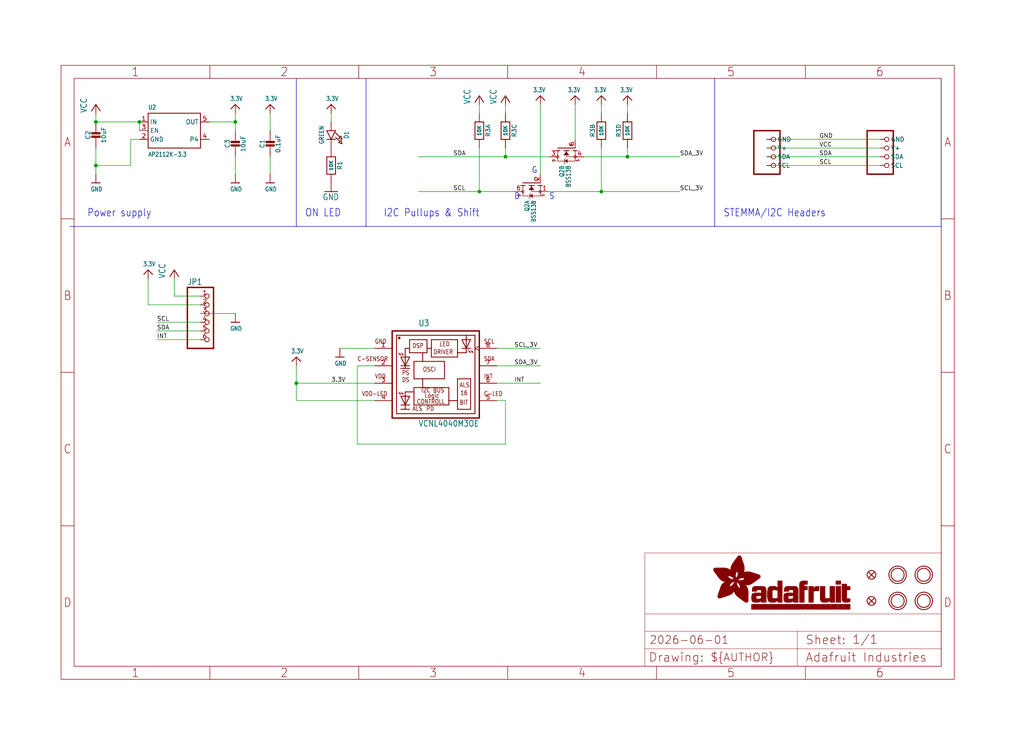
<source format=kicad_sch>
(kicad_sch (version 20230121) (generator eeschema)
  (paper "User" 298.45 217.322)
  (lib_symbols
    (symbol "working-eagle-import:3.3V" (power)
      (property "Value" "3.3V" (at -1.524 1.016 0))
      (symbol "3.3V_1_0"
        (pin power_in line (at 0 -2.54 90) (length 2.54) (name "3.3V") (number "1"))
      )
    )
    (symbol "working-eagle-import:CAP_CERAMIC0603_NO"
      (property "Reference" "C" (at -2.29 1.25 90))
      (symbol "CAP_CERAMIC0603_NO_1_0"
        (pin passive line (at 0 5.08 270) (length 2.54) (name "1") (number "1"))
        (pin passive line (at 0 -2.54 90) (length 2.54) (name "2") (number "2"))
      )
    )
    (symbol "working-eagle-import:CAP_CERAMIC0805-NOOUTLINE"
      (property "Reference" "C" (at -2.29 1.25 90))
      (symbol "CAP_CERAMIC0805-NOOUTLINE_1_0"
        (pin passive line (at 0 5.08 270) (length 2.54) (name "1") (number "1"))
        (pin passive line (at 0 -2.54 90) (length 2.54) (name "2") (number "2"))
      )
    )
    (symbol "working-eagle-import:FIDUCIAL_1MM")
    (symbol "working-eagle-import:FRAME_A4_ADAFRUIT"
      (symbol "FRAME_A4_ADAFRUIT_1_0"
        (text "${#}/${##}" (at 230.505 10.16 0) (effects (font (size 2.54 2.54)) (justify left bottom)))
        (text "${AUTHOR}" (at 189.23 5.08 0) (effects (font (size 2.286 2.286)) (justify left bottom)))
        (text "${CURRENT_DATE}" (at 171.45 10.16 0) (effects (font (size 2.286 2.286)) (justify left bottom)))
        (text "${PROJECTNAME}" (at 171.45 15.24 0) (effects (font (size 2.54 2.54)) (justify left bottom)))
        (text "1" (at 21.6958 1.905 0) (effects (font (size 2.54 2.286))))
        (text "1" (at 21.6958 177.165 0) (effects (font (size 2.54 2.286))))
        (text "2" (at 65.0875 1.905 0) (effects (font (size 2.54 2.286))))
        (text "2" (at 65.0875 177.165 0) (effects (font (size 2.54 2.286))))
        (text "3" (at 108.4792 1.905 0) (effects (font (size 2.54 2.286))))
        (text "3" (at 108.4792 177.165 0) (effects (font (size 2.54 2.286))))
        (text "4" (at 151.8708 1.905 0) (effects (font (size 2.54 2.286))))
        (text "4" (at 151.8708 177.165 0) (effects (font (size 2.54 2.286))))
        (text "5" (at 195.2625 1.905 0) (effects (font (size 2.54 2.286))))
        (text "5" (at 195.2625 177.165 0) (effects (font (size 2.54 2.286))))
        (text "6" (at 238.6542 1.905 0) (effects (font (size 2.54 2.286))))
        (text "6" (at 238.6542 177.165 0) (effects (font (size 2.54 2.286))))
        (text "A" (at 1.905 156.6863 0) (effects (font (size 2.54 2.286))))
        (text "A" (at 258.445 156.6863 0) (effects (font (size 2.54 2.286))))
        (text "Adafruit Industries" (at 216.916 4.953 0) (effects (font (size 2.54 2.54)) (justify left bottom)))
        (text "B" (at 1.905 111.9188 0) (effects (font (size 2.54 2.286))))
        (text "B" (at 258.445 111.9188 0) (effects (font (size 2.54 2.286))))
        (text "C" (at 1.905 67.1513 0) (effects (font (size 2.54 2.286))))
        (text "C" (at 258.445 67.1513 0) (effects (font (size 2.54 2.286))))
        (text "D" (at 1.905 22.3838 0) (effects (font (size 2.54 2.286))))
        (text "D" (at 258.445 22.3838 0) (effects (font (size 2.54 2.286))))
        (text "Drawing:" (at 171.196 4.953 0) (effects (font (size 2.54 2.54)) (justify left bottom)))
        (text "Sheet:" (at 216.916 10.033 0) (effects (font (size 2.54 2.54)) (justify left bottom)))
      )
    )
    (symbol "working-eagle-import:GND" (power)
      (property "Value" "GND" (at -1.524 -2.54 0))
      (symbol "GND_1_0"
        (pin power_in line (at 0 2.54 270) (length 2.54) (name "GND") (number "1"))
      )
    )
    (symbol "working-eagle-import:HEADER-1X670MIL"
      (property "Reference" "JP" (at -6.35 10.795 0))
      (symbol "HEADER-1X670MIL_1_0"
        (pin passive inverted (at -2.54 7.62 0) (length 2.54) (name "1") (number "1"))
        (pin passive inverted (at -2.54 5.08 0) (length 2.54) (name "2") (number "2"))
        (pin passive inverted (at -2.54 2.54 0) (length 2.54) (name "3") (number "3"))
        (pin passive inverted (at -2.54 0 0) (length 2.54) (name "4") (number "4"))
        (pin passive inverted (at -2.54 -2.54 0) (length 2.54) (name "5") (number "5"))
        (pin passive inverted (at -2.54 -5.08 0) (length 2.54) (name "6") (number "6"))
      )
    )
    (symbol "working-eagle-import:LED0603_NOOUTLINE"
      (property "Reference" "D" (at -1.27 4.445 0))
      (symbol "LED0603_NOOUTLINE_1_0"
        (pin passive line (at -5.08 0 0) (length 2.54) (name "A") (number "A"))
        (pin passive line (at 2.54 0 180) (length 2.54) (name "C") (number "C"))
      )
    )
    (symbol "working-eagle-import:MOSFET-N_DUAL"
      (property "Reference" "Q" (at 5.08 0.635 0))
      (symbol "MOSFET-N_DUAL_1_0"
        (text "D" (at 3.175 3.175 0) (effects (font (size 0.8128 0.6908)) (justify left bottom)))
        (text "G" (at -1.27 -1.905 0) (effects (font (size 0.8128 0.6908)) (justify left bottom)))
        (text "S" (at 3.175 -3.81 0) (effects (font (size 0.8128 0.6908)) (justify left bottom)))
        (pin bidirectional line (at 2.54 -5.08 90) (length 2.54) (name "S") (number "1"))
        (pin bidirectional line (at -2.54 -2.54 0) (length 2.54) (name "G") (number "2"))
        (pin bidirectional line (at 2.54 5.08 270) (length 2.54) (name "D") (number "6"))
      )
      (symbol "MOSFET-N_DUAL_2_0"
        (text "D" (at 3.175 3.175 0) (effects (font (size 0.8128 0.6908)) (justify left bottom)))
        (text "G" (at -1.27 -1.905 0) (effects (font (size 0.8128 0.6908)) (justify left bottom)))
        (text "S" (at 3.175 -3.81 0) (effects (font (size 0.8128 0.6908)) (justify left bottom)))
        (pin bidirectional line (at 2.54 5.08 270) (length 2.54) (name "D") (number "3"))
        (pin bidirectional line (at 2.54 -5.08 90) (length 2.54) (name "S") (number "4"))
        (pin bidirectional line (at -2.54 -2.54 0) (length 2.54) (name "G") (number "5"))
      )
    )
    (symbol "working-eagle-import:MOUNTINGHOLE2.5")
    (symbol "working-eagle-import:RESISTOR_0603_NOOUT"
      (property "Reference" "R" (at 0 2.54 0))
      (symbol "RESISTOR_0603_NOOUT_1_0"
        (pin passive line (at -5.08 0 0) (length 2.54) (name "1") (number "1"))
        (pin passive line (at 5.08 0 180) (length 2.54) (name "2") (number "2"))
      )
    )
    (symbol "working-eagle-import:RESISTOR_4PACK"
      (property "Reference" "R" (at 0 2.54 0))
      (symbol "RESISTOR_4PACK_1_0"
        (pin passive line (at -5.08 0 0) (length 2.54) (name "1") (number "1"))
        (pin passive line (at 5.08 0 180) (length 2.54) (name "2") (number "8"))
      )
      (symbol "RESISTOR_4PACK_2_0"
        (pin passive line (at -5.08 0 0) (length 2.54) (name "1") (number "2"))
        (pin passive line (at 5.08 0 180) (length 2.54) (name "2") (number "7"))
      )
      (symbol "RESISTOR_4PACK_3_0"
        (pin passive line (at -5.08 0 0) (length 2.54) (name "1") (number "3"))
        (pin passive line (at 5.08 0 180) (length 2.54) (name "2") (number "6"))
      )
      (symbol "RESISTOR_4PACK_4_0"
        (pin passive line (at -5.08 0 0) (length 2.54) (name "1") (number "4"))
        (pin passive line (at 5.08 0 180) (length 2.54) (name "2") (number "5"))
      )
    )
    (symbol "working-eagle-import:STEMMA_I2C_QT"
      (symbol "STEMMA_I2C_QT_1_0"
        (pin passive inverted (at 0 5.08 0) (length 2.54) (name "GND") (number "1"))
        (pin passive inverted (at 0 2.54 0) (length 2.54) (name "V+") (number "2"))
        (pin passive inverted (at 0 0 0) (length 2.54) (name "SDA") (number "3"))
        (pin passive inverted (at 0 -2.54 0) (length 2.54) (name "SCL") (number "4"))
      )
      (symbol "STEMMA_I2C_QT_2_0"
        (pin bidirectional line (at 0 0 0) (length 5.08) (name "MT") (number "MT1"))
      )
      (symbol "STEMMA_I2C_QT_3_0"
        (pin bidirectional line (at 0 0 0) (length 5.08) (name "MT") (number "MT2"))
      )
    )
    (symbol "working-eagle-import:VCC" (power)
      (property "Value" "VCC" (at -2.54 -2.54 90))
      (symbol "VCC_1_0"
        (pin power_in line (at 0 -2.54 90) (length 2.54) (name "VCC") (number "1"))
      )
    )
    (symbol "working-eagle-import:VCNL4040M3OE"
      (property "Reference" "U" (at -5.0878 13.9915 0))
      (symbol "VCNL4040M3OE_1_0"
        (text "16" (at 7.116 -6.0994 0) (effects (font (size 1.2707 1.08)) (justify left bottom)))
        (text "ALS" (at -6.8688 -10.6848 0) (effects (font (size 1.272 1.0812)) (justify left bottom)))
        (text "ALS" (at 6.8676 -3.8153 0) (effects (font (size 1.2717 1.0809)) (justify left bottom)))
        (text "BIT" (at 6.8643 -8.8982 0) (effects (font (size 1.2711 1.0804)) (justify left bottom)))
        (text "C-LED" (at 13.9811 -6.355 0) (effects (font (size 1.271 1.0803)) (justify left bottom)))
        (text "C-SENSOR" (at -22.8829 3.8138 0) (effects (font (size 1.2712 1.0805)) (justify left bottom)))
        (text "CONTROLL" (at -5.5929 -8.6436 0) (effects (font (size 1.2711 1.0804)) (justify left bottom)))
        (text "DRIVER" (at -0.7628 5.8487 0) (effects (font (size 1.2714 1.0806)) (justify left bottom)))
        (text "DS" (at -9.9084 -2.2865 0) (effects (font (size 1.2703 1.0797)) (justify left bottom)))
        (text "DSP" (at -6.8686 7.6318 0) (effects (font (size 1.2719 1.0811)) (justify left bottom)))
        (text "GND" (at -17.8006 8.9003 0) (effects (font (size 1.2714 1.0806)) (justify left bottom)))
        (text "I2C BUS" (at -4.3215 -5.3384 0) (effects (font (size 1.271 1.0803)) (justify left bottom)))
        (text "INT" (at 13.9802 -1.2709 0) (effects (font (size 1.2709 1.0802)) (justify left bottom)))
        (text "LED" (at 1.0163 8.1303 0) (effects (font (size 1.2703 1.0797)) (justify left bottom)))
        (text "Logic" (at -3.3078 -6.8701 0) (effects (font (size 1.2722 1.0813)) (justify left bottom)))
        (text "OSCI" (at -3.8133 0.7626 0) (effects (font (size 1.2711 1.0804)) (justify left bottom)))
        (text "PD" (at -2.7946 -10.6706 0) (effects (font (size 1.2703 1.0797)) (justify left bottom)))
        (text "PS" (at -9.9181 -0.2543 0) (effects (font (size 1.2715 1.0807)) (justify left bottom)))
        (text "SCL" (at 13.9972 8.9073 0) (effects (font (size 1.2724 1.0815)) (justify left bottom)))
        (text "SDA" (at 13.9854 3.8141 0) (effects (font (size 1.2714 1.0806)) (justify left bottom)))
        (text "VDD" (at -17.7928 -1.2709 0) (effects (font (size 1.2709 1.0802)) (justify left bottom)))
        (text "VDD-LED" (at -21.6 -6.3529 0) (effects (font (size 1.2705 1.0799)) (justify left bottom)))
        (pin power_in line (at -17.78 7.62 0) (length 5.08) (name "GND") (number "1"))
        (pin output line (at -17.78 2.54 0) (length 5.08) (name "C-SENSOR") (number "2"))
        (pin power_in line (at -17.78 -2.54 0) (length 5.08) (name "VDD") (number "3"))
        (pin power_in line (at -17.78 -7.62 0) (length 5.08) (name "VDD-LED") (number "4"))
        (pin output line (at 17.78 -7.62 180) (length 5.08) (name "C-LED") (number "5"))
        (pin output line (at 17.78 -2.54 180) (length 5.08) (name "INT") (number "6"))
        (pin bidirectional line (at 17.78 2.54 180) (length 5.08) (name "SDA") (number "7"))
        (pin input clock (at 17.78 7.62 180) (length 5.08) (name "SCL") (number "8"))
      )
    )
    (symbol "working-eagle-import:VREG_SOT23-5"
      (property "Reference" "U" (at -7.62 6.096 0))
      (symbol "VREG_SOT23-5_1_0"
        (pin power_in line (at -10.16 2.54 0) (length 2.54) (name "IN") (number "1"))
        (pin power_in line (at -10.16 -2.54 0) (length 2.54) (name "GND") (number "2"))
        (pin input line (at -10.16 0 0) (length 2.54) (name "EN") (number "3"))
        (pin bidirectional line (at 10.16 -2.54 180) (length 2.54) (name "P4") (number "4"))
        (pin power_in line (at 10.16 2.54 180) (length 2.54) (name "OUT") (number "5"))
      )
    )
    (symbol "working-eagle-import:supply1_GND" (power)
      (property "Value" "supply1_GND" (at -2.54 -2.54 0))
      (symbol "supply1_GND_1_0"
        (pin power_in line (at 0 2.54 270) (length 2.54) (name "GND") (number "1"))
      )
    )
  )
  (junction (at 175.26 55.88))
  (junction (at 139.7 55.88))
  (junction (at 27.94 48.26))
  (junction (at 86.36 111.76))
  (junction (at 147.32 45.72))
  (junction (at 27.94 35.56))
  (junction (at 182.88 45.72))
  (junction (at 68.58 35.56))
  (junction (at 40.64 35.56))
  (wire (pts (xy 139.7 55.88) (xy 121.92 55.88)) (stroke (width 0.1524)))
  (wire (pts (xy 256.54 45.72) (xy 223.52 45.72)) (stroke (width 0.1524)))
  (polyline (pts (xy 86.36 66.04) (xy 106.68 66.04)) (stroke (width 0.1524) (type solid)))
  (polyline (pts (xy 208.28 66.04) (xy 274.32 66.04)) (stroke (width 0.1524) (type solid)))
  (wire (pts (xy 27.94 48.26) (xy 27.94 50.8)) (stroke (width 0.1524)))
  (wire (pts (xy 27.94 48.26) (xy 27.94 43.18)) (stroke (width 0.1524)))
  (wire (pts (xy 223.52 48.26) (xy 256.54 48.26)) (stroke (width 0.1524)))
  (wire (pts (xy 86.36 116.84) (xy 109.22 116.84)) (stroke (width 0.1524)))
  (wire (pts (xy 58.42 86.36) (xy 50.8 86.36)) (stroke (width 0.1524)))
  (wire (pts (xy 147.32 116.84) (xy 144.78 116.84)) (stroke (width 0.1524)))
  (wire (pts (xy 60.96 35.56) (xy 68.58 35.56)) (stroke (width 0.1524)))
  (wire (pts (xy 175.26 33.02) (xy 175.26 30.48)) (stroke (width 0.1524)))
  (wire (pts (xy 40.64 35.56) (xy 27.94 35.56)) (stroke (width 0.1524)))
  (wire (pts (xy 78.74 33.02) (xy 78.74 38.1)) (stroke (width 0.1524)))
  (wire (pts (xy 58.42 93.98) (xy 45.72 93.98)) (stroke (width 0.1524)))
  (wire (pts (xy 157.48 50.8) (xy 157.48 30.48)) (stroke (width 0.1524)))
  (wire (pts (xy 68.58 45.72) (xy 68.58 50.8)) (stroke (width 0.1524)))
  (wire (pts (xy 109.22 106.68) (xy 104.14 106.68)) (stroke (width 0.1524)))
  (wire (pts (xy 139.7 30.48) (xy 139.7 33.02)) (stroke (width 0.1524)))
  (wire (pts (xy 40.64 38.1) (xy 40.64 35.56)) (stroke (width 0.1524)))
  (wire (pts (xy 58.42 88.9) (xy 43.18 88.9)) (stroke (width 0.1524)))
  (wire (pts (xy 58.42 99.06) (xy 45.72 99.06)) (stroke (width 0.1524)))
  (wire (pts (xy 78.74 45.72) (xy 78.74 50.8)) (stroke (width 0.1524)))
  (wire (pts (xy 86.36 111.76) (xy 86.36 106.68)) (stroke (width 0.1524)))
  (wire (pts (xy 167.64 40.64) (xy 167.64 30.48)) (stroke (width 0.1524)))
  (wire (pts (xy 58.42 91.44) (xy 68.58 91.44)) (stroke (width 0.1524)))
  (wire (pts (xy 256.54 40.64) (xy 223.52 40.64)) (stroke (width 0.1524)))
  (wire (pts (xy 182.88 33.02) (xy 182.88 30.48)) (stroke (width 0.1524)))
  (wire (pts (xy 160.02 45.72) (xy 147.32 45.72)) (stroke (width 0.1524)))
  (wire (pts (xy 40.64 40.64) (xy 38.1 40.64)) (stroke (width 0.1524)))
  (polyline (pts (xy 208.28 22.86) (xy 208.28 66.04)) (stroke (width 0.1524) (type solid)))
  (wire (pts (xy 160.02 55.88) (xy 175.26 55.88)) (stroke (width 0.1524)))
  (wire (pts (xy 175.26 55.88) (xy 198.12 55.88)) (stroke (width 0.1524)))
  (polyline (pts (xy 20.32 66.04) (xy 86.36 66.04)) (stroke (width 0.1524) (type solid)))
  (wire (pts (xy 58.42 96.52) (xy 45.72 96.52)) (stroke (width 0.1524)))
  (wire (pts (xy 175.26 43.18) (xy 175.26 55.88)) (stroke (width 0.1524)))
  (wire (pts (xy 139.7 43.18) (xy 139.7 55.88)) (stroke (width 0.1524)))
  (polyline (pts (xy 106.68 66.04) (xy 208.28 66.04)) (stroke (width 0.1524) (type solid)))
  (polyline (pts (xy 274.32 22.86) (xy 274.32 66.04)) (stroke (width 0.1524) (type solid)))
  (wire (pts (xy 147.32 45.72) (xy 121.92 45.72)) (stroke (width 0.1524)))
  (wire (pts (xy 109.22 111.76) (xy 86.36 111.76)) (stroke (width 0.1524)))
  (wire (pts (xy 43.18 88.9) (xy 43.18 81.28)) (stroke (width 0.1524)))
  (wire (pts (xy 38.1 48.26) (xy 27.94 48.26)) (stroke (width 0.1524)))
  (wire (pts (xy 144.78 101.6) (xy 157.48 101.6)) (stroke (width 0.1524)))
  (wire (pts (xy 182.88 43.18) (xy 182.88 45.72)) (stroke (width 0.1524)))
  (wire (pts (xy 170.18 45.72) (xy 182.88 45.72)) (stroke (width 0.1524)))
  (wire (pts (xy 96.52 35.56) (xy 96.52 33.02)) (stroke (width 0.1524)))
  (wire (pts (xy 223.52 43.18) (xy 256.54 43.18)) (stroke (width 0.1524)))
  (wire (pts (xy 157.48 111.76) (xy 144.78 111.76)) (stroke (width 0.1524)))
  (polyline (pts (xy 106.68 22.86) (xy 106.68 66.04)) (stroke (width 0.1524) (type solid)))
  (wire (pts (xy 50.8 86.36) (xy 50.8 81.28)) (stroke (width 0.1524)))
  (wire (pts (xy 68.58 35.56) (xy 68.58 33.02)) (stroke (width 0.1524)))
  (wire (pts (xy 86.36 111.76) (xy 86.36 116.84)) (stroke (width 0.1524)))
  (wire (pts (xy 147.32 43.18) (xy 147.32 45.72)) (stroke (width 0.1524)))
  (wire (pts (xy 104.14 106.68) (xy 104.14 129.54)) (stroke (width 0.1524)))
  (wire (pts (xy 38.1 40.64) (xy 38.1 48.26)) (stroke (width 0.1524)))
  (wire (pts (xy 109.22 101.6) (xy 99.06 101.6)) (stroke (width 0.1524)))
  (wire (pts (xy 104.14 129.54) (xy 147.32 129.54)) (stroke (width 0.1524)))
  (wire (pts (xy 182.88 45.72) (xy 198.12 45.72)) (stroke (width 0.1524)))
  (wire (pts (xy 27.94 33.02) (xy 27.94 35.56)) (stroke (width 0.1524)))
  (wire (pts (xy 157.48 106.68) (xy 144.78 106.68)) (stroke (width 0.1524)))
  (wire (pts (xy 68.58 35.56) (xy 68.58 38.1)) (stroke (width 0.1524)))
  (polyline (pts (xy 86.36 22.86) (xy 86.36 66.04)) (stroke (width 0.1524) (type solid)))
  (wire (pts (xy 147.32 129.54) (xy 147.32 116.84)) (stroke (width 0.1524)))
  (wire (pts (xy 149.86 55.88) (xy 139.7 55.88)) (stroke (width 0.1524)))
  (wire (pts (xy 147.32 33.02) (xy 147.32 30.48)) (stroke (width 0.1524)))
  (text "I2C Pullups & Shift" (at 111.76 63.5 0) (effects (font (size 2.1844 1.8567)) (justify left bottom)))
  (text "G" (at 154.94 50.8 0) (effects (font (size 1.778 1.5113)) (justify left bottom)))
  (text "STEMMA/I2C Headers" (at 210.82 63.5 0) (effects (font (size 2.1844 1.8567)) (justify left bottom)))
  (text "S" (at 160.02 58.42 0) (effects (font (size 1.778 1.5113)) (justify left bottom)))
  (text "ON LED" (at 88.9 63.5 0) (effects (font (size 2.1844 1.8567)) (justify left bottom)))
  (text "D" (at 149.86 58.42 0) (effects (font (size 1.778 1.5113)) (justify left bottom)))
  (text "Power supply" (at 25.4 63.5 0) (effects (font (size 2.1844 1.8567)) (justify left bottom)))
  (label "SDA" (at 132.08 45.72 0) (effects (font (size 1.2446 1.2446))))
  (label "SDA" (at 45.72 96.52 0) (effects (font (size 1.2446 1.2446))))
  (label "SDA_3V" (at 198.12 45.72 0) (effects (font (size 1.2446 1.2446))))
  (label "SCL" (at 45.72 93.98 0) (effects (font (size 1.2446 1.2446))))
  (label "SCL_3V" (at 149.86 101.6 0) (effects (font (size 1.2446 1.2446))))
  (label "GND" (at 238.76 40.64 0) (effects (font (size 1.2446 1.2446))))
  (label "VCC" (at 238.76 43.18 0) (effects (font (size 1.2446 1.2446))))
  (label "SDA" (at 238.76 45.72 0) (effects (font (size 1.2446 1.2446))))
  (label "SCL" (at 132.08 55.88 0) (effects (font (size 1.2446 1.2446))))
  (label "SCL_3V" (at 198.12 55.88 0) (effects (font (size 1.2446 1.2446))))
  (label "INT" (at 45.72 99.06 0) (effects (font (size 1.2446 1.2446))))
  (label "INT" (at 149.86 111.76 0) (effects (font (size 1.2446 1.2446))))
  (label "3.3V" (at 96.52 111.76 0) (effects (font (size 1.2446 1.2446))))
  (label "SCL" (at 238.76 48.26 0) (effects (font (size 1.2446 1.2446))))
  (label "SDA_3V" (at 149.86 106.68 0) (effects (font (size 1.2446 1.2446))))
  (symbol (lib_id "working-eagle-import:RESISTOR_0603_NOOUT") (at 96.52 48.26 270) (unit 1)
    (property "Reference" "R1" (at 99.06 48.26 0))
    (property "Value" "10K" (at 96.52 48.26 0) (effects (font (size 1.016 1.016) bold)))
    (property "Footprint" "working:0603-NO" (effects hide))
  )
  (symbol (lib_id "working-eagle-import:CAP_CERAMIC0805-NOOUTLINE") (at 27.94 40.64 0) (unit 1)
    (property "Reference" "C2" (at 25.65 39.39 90))
    (property "Value" "10uF" (at 30.24 39.39 90))
    (property "Footprint" "working:0805-NO" (effects hide))
  )
  (symbol (lib_id "working-eagle-import:VCC") (at 147.32 27.94 0) (unit 1)
    (property "Reference" "#P+2" (effects hide))
    (property "Value" "VCC" (at 144.78 30.48 90) (effects (font (size 1.778 1.5113)) (justify left bottom)))
  )
  (symbol (lib_id "working-eagle-import:3.3V") (at 68.58 30.48 0) (unit 1)
    (property "Reference" "#U$15" (effects hide))
    (property "Value" "3.3V" (at 67.056 29.464 0) (effects (font (size 1.27 1.0795)) (justify left bottom)))
  )
  (symbol (lib_id "working-eagle-import:MOUNTINGHOLE2.5") (at 261.62 175.26 0) (unit 1)
    (property "Reference" "U$1" (effects hide))
    (property "Value" "MOUNTINGHOLE2.5" (effects hide))
    (property "Footprint" "working:MOUNTINGHOLE_2.5_PLATED" (effects hide))
  )
  (symbol (lib_id "working-eagle-import:3.3V") (at 86.36 104.14 0) (unit 1)
    (property "Reference" "#U$29" (effects hide))
    (property "Value" "3.3V" (at 84.836 103.124 0) (effects (font (size 1.27 1.0795)) (justify left bottom)))
  )
  (symbol (lib_id "working-eagle-import:VCNL4040M3OE") (at 127 109.22 0) (unit 1)
    (property "Reference" "U3" (at 121.9121 95.2285 0) (effects (font (size 1.7807 1.5135)) (justify left bottom)))
    (property "Value" "VCNL4040M3OE" (at 121.915 124.4748 0) (effects (font (size 1.7797 1.5127)) (justify left bottom)))
    (property "Footprint" "working:VISHAY_VCNL4040_4X2X1.1" (effects hide))
  )
  (symbol (lib_id "working-eagle-import:STEMMA_I2C_QT") (at 256.54 45.72 0) (unit 1)
    (property "Reference" "CONN4" (effects hide))
    (property "Value" "STEMMA_I2C_QT" (effects hide))
    (property "Footprint" "working:JST_SH4" (effects hide))
  )
  (symbol (lib_id "working-eagle-import:RESISTOR_4PACK") (at 139.7 38.1 270) (unit 1)
    (property "Reference" "R3" (at 142.24 38.1 0))
    (property "Value" "10K" (at 139.7 38.1 0) (effects (font (size 1.016 1.016) bold)))
    (property "Footprint" "working:RESPACK_4X0603" (effects hide))
  )
  (symbol (lib_id "working-eagle-import:STEMMA_I2C_QT") (at 223.52 45.72 0) (unit 1)
    (property "Reference" "CONN3" (effects hide))
    (property "Value" "STEMMA_I2C_QT" (effects hide))
    (property "Footprint" "working:JST_SH4" (effects hide))
  )
  (symbol (lib_id "working-eagle-import:MOUNTINGHOLE2.5") (at 261.62 167.64 0) (unit 1)
    (property "Reference" "U$17" (effects hide))
    (property "Value" "MOUNTINGHOLE2.5" (effects hide))
    (property "Footprint" "working:MOUNTINGHOLE_2.5_PLATED" (effects hide))
  )
  (symbol (lib_id "working-eagle-import:3.3V") (at 96.52 30.48 0) (unit 1)
    (property "Reference" "#U$3" (effects hide))
    (property "Value" "3.3V" (at 94.996 29.464 0) (effects (font (size 1.27 1.0795)) (justify left bottom)))
  )
  (symbol (lib_id "working-eagle-import:3.3V") (at 175.26 27.94 0) (mirror y) (unit 1)
    (property "Reference" "#U$24" (effects hide))
    (property "Value" "3.3V" (at 176.784 26.924 0) (effects (font (size 1.27 1.0795)) (justify left bottom)))
  )
  (symbol (lib_id "working-eagle-import:CAP_CERAMIC0603_NO") (at 78.74 43.18 0) (unit 1)
    (property "Reference" "C1" (at 76.45 41.93 90))
    (property "Value" "0.1uF" (at 81.04 41.93 90))
    (property "Footprint" "working:0603-NO" (effects hide))
  )
  (symbol (lib_id "working-eagle-import:MOUNTINGHOLE2.5") (at 269.24 175.26 0) (unit 1)
    (property "Reference" "U$21" (effects hide))
    (property "Value" "MOUNTINGHOLE2.5" (effects hide))
    (property "Footprint" "working:MOUNTINGHOLE_2.5_PLATED" (effects hide))
  )
  (symbol (lib_id "working-eagle-import:RESISTOR_4PACK") (at 147.32 38.1 270) (unit 3)
    (property "Reference" "R3" (at 149.86 38.1 0))
    (property "Value" "10K" (at 147.32 38.1 0) (effects (font (size 1.016 1.016) bold)))
    (property "Footprint" "working:RESPACK_4X0603" (effects hide))
  )
  (symbol (lib_id "working-eagle-import:GND") (at 68.58 53.34 0) (unit 1)
    (property "Reference" "#U$5" (effects hide))
    (property "Value" "GND" (at 67.056 55.88 0) (effects (font (size 1.27 1.0795)) (justify left bottom)))
  )
  (symbol (lib_id "working-eagle-import:FIDUCIAL_1MM") (at 254 175.26 0) (unit 1)
    (property "Reference" "FID3" (effects hide))
    (property "Value" "FIDUCIAL_1MM" (effects hide))
    (property "Footprint" "working:FIDUCIAL_1MM" (effects hide))
  )
  (symbol (lib_id "working-eagle-import:GND") (at 27.94 53.34 0) (unit 1)
    (property "Reference" "#U$13" (effects hide))
    (property "Value" "GND" (at 26.416 55.88 0) (effects (font (size 1.27 1.0795)) (justify left bottom)))
  )
  (symbol (lib_id "working-eagle-import:3.3V") (at 78.74 30.48 0) (unit 1)
    (property "Reference" "#U$14" (effects hide))
    (property "Value" "3.3V" (at 77.216 29.464 0) (effects (font (size 1.27 1.0795)) (justify left bottom)))
  )
  (symbol (lib_id "working-eagle-import:VCC") (at 27.94 30.48 0) (unit 1)
    (property "Reference" "#P+3" (effects hide))
    (property "Value" "VCC" (at 25.4 33.02 90) (effects (font (size 1.778 1.5113)) (justify left bottom)))
  )
  (symbol (lib_id "working-eagle-import:3.3V") (at 157.48 27.94 0) (mirror y) (unit 1)
    (property "Reference" "#U$26" (effects hide))
    (property "Value" "3.3V" (at 159.004 26.924 0) (effects (font (size 1.27 1.0795)) (justify left bottom)))
  )
  (symbol (lib_id "working-eagle-import:MOUNTINGHOLE2.5") (at 269.24 167.64 0) (unit 1)
    (property "Reference" "U$19" (effects hide))
    (property "Value" "MOUNTINGHOLE2.5" (effects hide))
    (property "Footprint" "working:MOUNTINGHOLE_2.5_PLATED" (effects hide))
  )
  (symbol (lib_id "working-eagle-import:LED0603_NOOUTLINE") (at 96.52 40.64 270) (unit 1)
    (property "Reference" "D1" (at 100.965 39.37 0) (effects (font (size 1.27 1.0795))))
    (property "Value" "GREEN" (at 93.726 39.37 0) (effects (font (size 1.27 1.0795))))
    (property "Footprint" "working:CHIPLED_0603_NOOUTLINE" (effects hide))
  )
  (symbol (lib_id "working-eagle-import:MOSFET-N_DUAL") (at 165.1 43.18 90) (mirror x) (unit 2)
    (property "Reference" "Q2" (at 164.465 48.26 0) (effects (font (size 1.27 1.0795)) (justify left bottom)))
    (property "Value" "BSS138" (at 166.37 48.26 0) (effects (font (size 1.27 1.0795)) (justify left bottom)))
    (property "Footprint" "working:SOT363" (effects hide))
  )
  (symbol (lib_id "working-eagle-import:MOSFET-N_DUAL") (at 154.94 53.34 90) (mirror x) (unit 1)
    (property "Reference" "Q2" (at 154.305 58.42 0) (effects (font (size 1.27 1.0795)) (justify left bottom)))
    (property "Value" "BSS138" (at 156.21 58.42 0) (effects (font (size 1.27 1.0795)) (justify left bottom)))
    (property "Footprint" "working:SOT363" (effects hide))
  )
  (symbol (lib_id "working-eagle-import:3.3V") (at 43.18 78.74 0) (unit 1)
    (property "Reference" "#U$16" (effects hide))
    (property "Value" "3.3V" (at 41.656 77.724 0) (effects (font (size 1.27 1.0795)) (justify left bottom)))
  )
  (symbol (lib_id "working-eagle-import:GND") (at 78.74 53.34 0) (unit 1)
    (property "Reference" "#U$6" (effects hide))
    (property "Value" "GND" (at 77.216 55.88 0) (effects (font (size 1.27 1.0795)) (justify left bottom)))
  )
  (symbol (lib_id "working-eagle-import:VREG_SOT23-5") (at 50.8 38.1 0) (unit 1)
    (property "Reference" "U2" (at 43.18 32.004 0) (effects (font (size 1.27 1.0795)) (justify left bottom)))
    (property "Value" "AP2112K-3.3" (at 43.18 45.72 0) (effects (font (size 1.27 1.0795)) (justify left bottom)))
    (property "Footprint" "working:SOT23-5" (effects hide))
  )
  (symbol (lib_id "working-eagle-import:GND") (at 68.58 93.98 0) (unit 1)
    (property "Reference" "#U$10" (effects hide))
    (property "Value" "GND" (at 67.056 96.52 0) (effects (font (size 1.27 1.0795)) (justify left bottom)))
  )
  (symbol (lib_id "working-eagle-import:FIDUCIAL_1MM") (at 254 167.64 0) (unit 1)
    (property "Reference" "FID4" (effects hide))
    (property "Value" "FIDUCIAL_1MM" (effects hide))
    (property "Footprint" "working:FIDUCIAL_1MM" (effects hide))
  )
  (symbol (lib_id "working-eagle-import:FRAME_A4_ADAFRUIT") (at 17.78 198.12 0) (unit 1)
    (property "Reference" "#U$18" (effects hide))
    (property "Value" "FRAME_A4_ADAFRUIT" (effects hide))
  )
  (symbol (lib_id "working-eagle-import:3.3V") (at 167.64 27.94 0) (mirror y) (unit 1)
    (property "Reference" "#U$23" (effects hide))
    (property "Value" "3.3V" (at 169.164 26.924 0) (effects (font (size 1.27 1.0795)) (justify left bottom)))
  )
  (symbol (lib_id "working-eagle-import:VCC") (at 139.7 27.94 0) (unit 1)
    (property "Reference" "#P+1" (effects hide))
    (property "Value" "VCC" (at 137.16 30.48 90) (effects (font (size 1.778 1.5113)) (justify left bottom)))
  )
  (symbol (lib_id "working-eagle-import:HEADER-1X670MIL") (at 60.96 93.98 0) (unit 1)
    (property "Reference" "JP1" (at 54.61 83.185 0) (effects (font (size 1.778 1.5113)) (justify left bottom)))
    (property "Value" "HEADER-1X670MIL" (effects hide))
    (property "Footprint" "working:1X06_ROUND_70" (effects hide))
  )
  (symbol (lib_id "working-eagle-import:CAP_CERAMIC0805-NOOUTLINE") (at 68.58 43.18 0) (unit 1)
    (property "Reference" "C3" (at 66.29 41.93 90))
    (property "Value" "10uF" (at 70.88 41.93 90))
    (property "Footprint" "working:0805-NO" (effects hide))
  )
  (symbol (lib_id "working-eagle-import:VCC") (at 50.8 78.74 0) (unit 1)
    (property "Reference" "#P+4" (effects hide))
    (property "Value" "VCC" (at 48.26 81.28 90) (effects (font (size 1.778 1.5113)) (justify left bottom)))
  )
  (symbol (lib_id "working-eagle-import:GND") (at 99.06 104.14 0) (unit 1)
    (property "Reference" "#U$28" (effects hide))
    (property "Value" "GND" (at 97.536 106.68 0) (effects (font (size 1.27 1.0795)) (justify left bottom)))
  )
  (symbol (lib_id "working-eagle-import:RESISTOR_4PACK") (at 175.26 38.1 90) (mirror x) (unit 2)
    (property "Reference" "R3" (at 172.72 38.1 0))
    (property "Value" "10K" (at 175.26 38.1 0) (effects (font (size 1.016 1.016) bold)))
    (property "Footprint" "working:RESPACK_4X0603" (effects hide))
  )
  (symbol (lib_id "working-eagle-import:RESISTOR_4PACK") (at 182.88 38.1 90) (mirror x) (unit 4)
    (property "Reference" "R3" (at 180.34 38.1 0))
    (property "Value" "10K" (at 182.88 38.1 0) (effects (font (size 1.016 1.016) bold)))
    (property "Footprint" "working:RESPACK_4X0603" (effects hide))
  )
  (symbol (lib_id "working-eagle-import:3.3V") (at 182.88 27.94 0) (mirror y) (unit 1)
    (property "Reference" "#U$7" (effects hide))
    (property "Value" "3.3V" (at 184.404 26.924 0) (effects (font (size 1.27 1.0795)) (justify left bottom)))
  )
  (symbol (lib_id "working-eagle-import:supply1_GND") (at 96.52 55.88 0) (unit 1)
    (property "Reference" "#GND6" (effects hide))
    (property "Value" "GND" (at 93.98 58.42 0) (effects (font (size 1.778 1.5113)) (justify left bottom)))
  )
)
</source>
